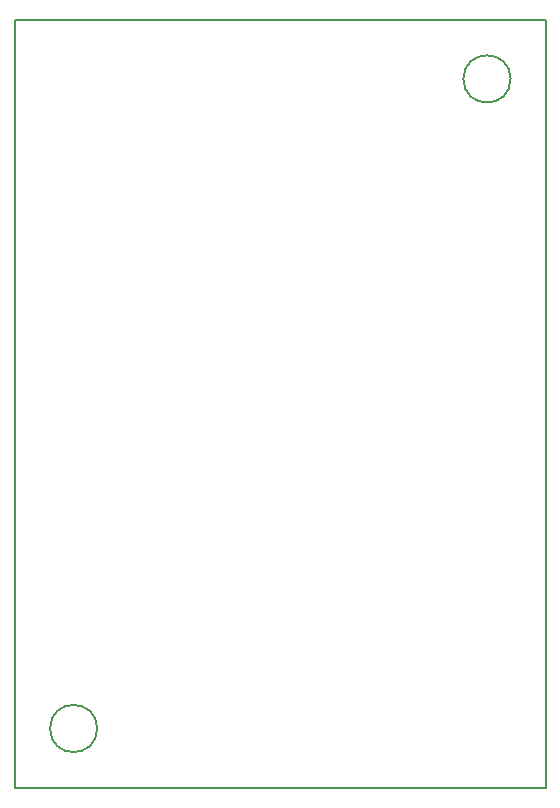
<source format=gbr>
G04 #@! TF.GenerationSoftware,KiCad,Pcbnew,5.0.2-5.fc29*
G04 #@! TF.CreationDate,2019-04-05T16:49:51+02:00*
G04 #@! TF.ProjectId,tea2025b_amp,74656132-3032-4356-925f-616d702e6b69,v1.0*
G04 #@! TF.SameCoordinates,Original*
G04 #@! TF.FileFunction,Profile,NP*
%FSLAX46Y46*%
G04 Gerber Fmt 4.6, Leading zero omitted, Abs format (unit mm)*
G04 Created by KiCad (PCBNEW 5.0.2-5.fc29) date pią, 5 kwi 2019, 16:49:51*
%MOMM*%
%LPD*%
G01*
G04 APERTURE LIST*
%ADD10C,0.200000*%
G04 APERTURE END LIST*
D10*
X126560500Y-61230500D02*
X126560500Y-126230500D01*
X171560500Y-126230500D02*
X171560500Y-61230500D01*
X133560500Y-121230500D02*
G75*
G03X133560500Y-121230500I-2000000J0D01*
G01*
X126560500Y-126230500D02*
X171560500Y-126230500D01*
X171560500Y-61230500D02*
X126560500Y-61230500D01*
X168560500Y-66230500D02*
G75*
G03X168560500Y-66230500I-2000000J0D01*
G01*
M02*

</source>
